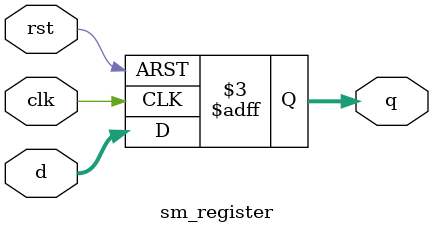
<source format=v>
/*
 * schoolRISCV - small RISC-V CPU 
 *
 * originally based on Sarah L. Harris MIPS CPU 
 *                   & schoolMIPS project
 * 
 * Copyright(c) 2017-2020 Stanislav Zhelnio 
 *                        Aleksandr Romanov 
 */ 

module sm_register
(
    input                 clk,
    input                 rst,
    input      [ 31 : 0 ] d,
    output reg [ 31 : 0 ] q
);
    always @ (posedge clk or negedge rst)
        if(~rst)
            q <= 32'b0;
        else
            q <= d;
endmodule


</source>
